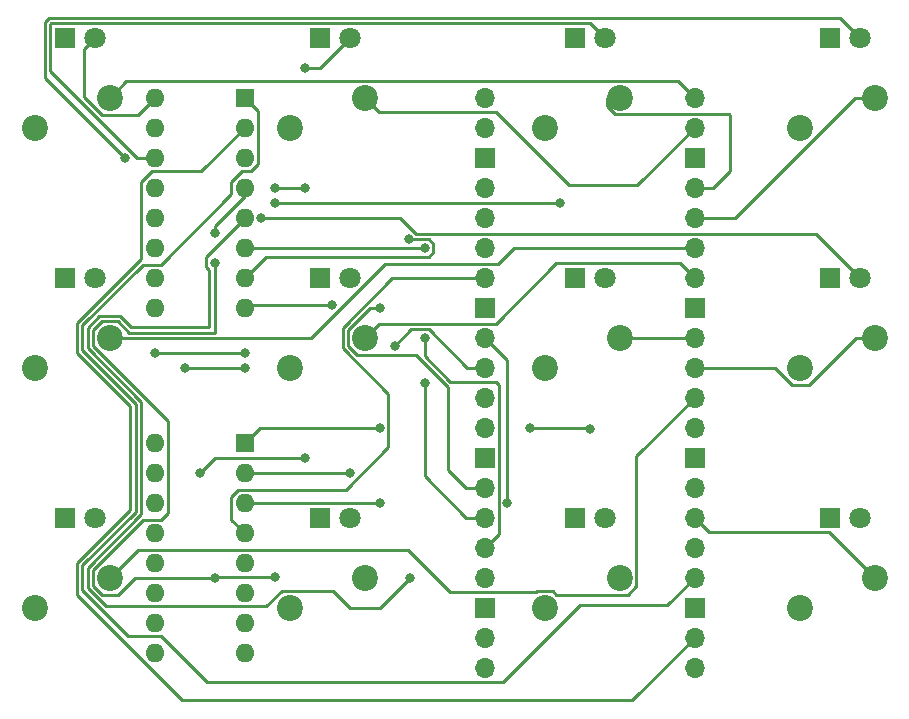
<source format=gbr>
%TF.GenerationSoftware,KiCad,Pcbnew,(5.1.9)-1*%
%TF.CreationDate,2021-02-21T16:58:34+00:00*%
%TF.ProjectId,PicoProducer,5069636f-5072-46f6-9475-6365722e6b69,rev?*%
%TF.SameCoordinates,Original*%
%TF.FileFunction,Copper,L2,Bot*%
%TF.FilePolarity,Positive*%
%FSLAX46Y46*%
G04 Gerber Fmt 4.6, Leading zero omitted, Abs format (unit mm)*
G04 Created by KiCad (PCBNEW (5.1.9)-1) date 2021-02-21 16:58:34*
%MOMM*%
%LPD*%
G01*
G04 APERTURE LIST*
%TA.AperFunction,ComponentPad*%
%ADD10C,1.800000*%
%TD*%
%TA.AperFunction,ComponentPad*%
%ADD11R,1.800000X1.800000*%
%TD*%
%TA.AperFunction,ComponentPad*%
%ADD12O,1.600000X1.600000*%
%TD*%
%TA.AperFunction,ComponentPad*%
%ADD13R,1.600000X1.600000*%
%TD*%
%TA.AperFunction,ComponentPad*%
%ADD14C,2.200000*%
%TD*%
%TA.AperFunction,ComponentPad*%
%ADD15O,1.700000X1.700000*%
%TD*%
%TA.AperFunction,ComponentPad*%
%ADD16R,1.700000X1.700000*%
%TD*%
%TA.AperFunction,ViaPad*%
%ADD17C,0.800000*%
%TD*%
%TA.AperFunction,Conductor*%
%ADD18C,0.250000*%
%TD*%
G04 APERTURE END LIST*
D10*
%TO.P,D1,2*%
%TO.N,Net-(D1-Pad2)*%
X33020000Y-25400000D03*
D11*
%TO.P,D1,1*%
%TO.N,GND*%
X30480000Y-25400000D03*
%TD*%
D10*
%TO.P,D2,2*%
%TO.N,Net-(D2-Pad2)*%
X54610000Y-25400000D03*
D11*
%TO.P,D2,1*%
%TO.N,GND*%
X52070000Y-25400000D03*
%TD*%
D10*
%TO.P,D3,2*%
%TO.N,Net-(D3-Pad2)*%
X76200000Y-25400000D03*
D11*
%TO.P,D3,1*%
%TO.N,GND*%
X73660000Y-25400000D03*
%TD*%
D10*
%TO.P,D4,2*%
%TO.N,Net-(D4-Pad2)*%
X97790000Y-25400000D03*
D11*
%TO.P,D4,1*%
%TO.N,GND*%
X95250000Y-25400000D03*
%TD*%
D10*
%TO.P,D5,2*%
%TO.N,Net-(D5-Pad2)*%
X33020000Y-45720000D03*
D11*
%TO.P,D5,1*%
%TO.N,GND*%
X30480000Y-45720000D03*
%TD*%
D10*
%TO.P,D6,2*%
%TO.N,Net-(D6-Pad2)*%
X54610000Y-45720000D03*
D11*
%TO.P,D6,1*%
%TO.N,GND*%
X52070000Y-45720000D03*
%TD*%
D10*
%TO.P,D7,2*%
%TO.N,Net-(D7-Pad2)*%
X76200000Y-45720000D03*
D11*
%TO.P,D7,1*%
%TO.N,GND*%
X73660000Y-45720000D03*
%TD*%
D10*
%TO.P,D8,2*%
%TO.N,Net-(D8-Pad2)*%
X97790000Y-45720000D03*
D11*
%TO.P,D8,1*%
%TO.N,GND*%
X95250000Y-45720000D03*
%TD*%
%TO.P,D9,1*%
%TO.N,GND*%
X30480000Y-66040000D03*
D10*
%TO.P,D9,2*%
%TO.N,Net-(D9-Pad2)*%
X33020000Y-66040000D03*
%TD*%
D11*
%TO.P,D10,1*%
%TO.N,GND*%
X52070000Y-66040000D03*
D10*
%TO.P,D10,2*%
%TO.N,Net-(D10-Pad2)*%
X54610000Y-66040000D03*
%TD*%
D11*
%TO.P,D11,1*%
%TO.N,GND*%
X73660000Y-66040000D03*
D10*
%TO.P,D11,2*%
%TO.N,Net-(D11-Pad2)*%
X76200000Y-66040000D03*
%TD*%
D11*
%TO.P,D12,1*%
%TO.N,GND*%
X95250000Y-66040000D03*
D10*
%TO.P,D12,2*%
%TO.N,Net-(D12-Pad2)*%
X97790000Y-66040000D03*
%TD*%
D12*
%TO.P,RN1,16*%
%TO.N,Net-(D1-Pad2)*%
X38100000Y-30480000D03*
%TO.P,RN1,8*%
%TO.N,Net-(RN1-Pad8)*%
X45720000Y-48260000D03*
%TO.P,RN1,15*%
%TO.N,Net-(D2-Pad2)*%
X38100000Y-33020000D03*
%TO.P,RN1,7*%
%TO.N,Net-(RN1-Pad7)*%
X45720000Y-45720000D03*
%TO.P,RN1,14*%
%TO.N,Net-(D3-Pad2)*%
X38100000Y-35560000D03*
%TO.P,RN1,6*%
%TO.N,Net-(RN1-Pad6)*%
X45720000Y-43180000D03*
%TO.P,RN1,13*%
%TO.N,Net-(D4-Pad2)*%
X38100000Y-38100000D03*
%TO.P,RN1,5*%
%TO.N,Net-(RN1-Pad5)*%
X45720000Y-40640000D03*
%TO.P,RN1,12*%
%TO.N,Net-(D5-Pad2)*%
X38100000Y-40640000D03*
%TO.P,RN1,4*%
%TO.N,Net-(RN1-Pad4)*%
X45720000Y-38100000D03*
%TO.P,RN1,11*%
%TO.N,Net-(D6-Pad2)*%
X38100000Y-43180000D03*
%TO.P,RN1,3*%
%TO.N,Net-(RN1-Pad3)*%
X45720000Y-35560000D03*
%TO.P,RN1,10*%
%TO.N,Net-(D7-Pad2)*%
X38100000Y-45720000D03*
%TO.P,RN1,2*%
%TO.N,Net-(RN1-Pad2)*%
X45720000Y-33020000D03*
%TO.P,RN1,9*%
%TO.N,Net-(D8-Pad2)*%
X38100000Y-48260000D03*
D13*
%TO.P,RN1,1*%
%TO.N,Net-(RN1-Pad1)*%
X45720000Y-30480000D03*
%TD*%
D12*
%TO.P,RN2,16*%
%TO.N,Net-(D9-Pad2)*%
X38100000Y-59690000D03*
%TO.P,RN2,8*%
%TO.N,Net-(RN2-Pad8)*%
X45720000Y-77470000D03*
%TO.P,RN2,15*%
%TO.N,Net-(D10-Pad2)*%
X38100000Y-62230000D03*
%TO.P,RN2,7*%
%TO.N,Net-(RN2-Pad7)*%
X45720000Y-74930000D03*
%TO.P,RN2,14*%
%TO.N,Net-(D11-Pad2)*%
X38100000Y-64770000D03*
%TO.P,RN2,6*%
%TO.N,Net-(RN2-Pad6)*%
X45720000Y-72390000D03*
%TO.P,RN2,13*%
%TO.N,Net-(D12-Pad2)*%
X38100000Y-67310000D03*
%TO.P,RN2,5*%
%TO.N,Net-(RN2-Pad5)*%
X45720000Y-69850000D03*
%TO.P,RN2,12*%
%TO.N,Net-(RN2-Pad12)*%
X38100000Y-69850000D03*
%TO.P,RN2,4*%
%TO.N,Net-(RN2-Pad4)*%
X45720000Y-67310000D03*
%TO.P,RN2,11*%
%TO.N,Net-(RN2-Pad11)*%
X38100000Y-72390000D03*
%TO.P,RN2,3*%
%TO.N,Net-(RN2-Pad3)*%
X45720000Y-64770000D03*
%TO.P,RN2,10*%
%TO.N,Net-(RN2-Pad10)*%
X38100000Y-74930000D03*
%TO.P,RN2,2*%
%TO.N,Net-(RN2-Pad2)*%
X45720000Y-62230000D03*
%TO.P,RN2,9*%
%TO.N,Net-(RN2-Pad9)*%
X38100000Y-77470000D03*
D13*
%TO.P,RN2,1*%
%TO.N,Net-(RN2-Pad1)*%
X45720000Y-59690000D03*
%TD*%
D14*
%TO.P,SW1,2*%
%TO.N,GND*%
X27940000Y-33020000D03*
%TO.P,SW1,1*%
%TO.N,Net-(SW1-Pad1)*%
X34290000Y-30480000D03*
%TD*%
%TO.P,SW2,2*%
%TO.N,GND*%
X49530000Y-33020000D03*
%TO.P,SW2,1*%
%TO.N,Net-(SW2-Pad1)*%
X55880000Y-30480000D03*
%TD*%
%TO.P,SW3,2*%
%TO.N,GND*%
X71120000Y-33020000D03*
%TO.P,SW3,1*%
%TO.N,Net-(SW3-Pad1)*%
X77470000Y-30480000D03*
%TD*%
%TO.P,SW4,2*%
%TO.N,GND*%
X92710000Y-33020000D03*
%TO.P,SW4,1*%
%TO.N,Net-(SW4-Pad1)*%
X99060000Y-30480000D03*
%TD*%
%TO.P,SW5,2*%
%TO.N,GND*%
X27940000Y-53340000D03*
%TO.P,SW5,1*%
%TO.N,Net-(SW5-Pad1)*%
X34290000Y-50800000D03*
%TD*%
%TO.P,SW6,2*%
%TO.N,GND*%
X49530000Y-53340000D03*
%TO.P,SW6,1*%
%TO.N,Net-(SW6-Pad1)*%
X55880000Y-50800000D03*
%TD*%
%TO.P,SW7,1*%
%TO.N,Net-(SW7-Pad1)*%
X77470000Y-50800000D03*
%TO.P,SW7,2*%
%TO.N,GND*%
X71120000Y-53340000D03*
%TD*%
%TO.P,SW8,2*%
%TO.N,GND*%
X92710000Y-53340000D03*
%TO.P,SW8,1*%
%TO.N,Net-(SW8-Pad1)*%
X99060000Y-50800000D03*
%TD*%
%TO.P,SW9,1*%
%TO.N,Net-(SW9-Pad1)*%
X34290000Y-71120000D03*
%TO.P,SW9,2*%
%TO.N,GND*%
X27940000Y-73660000D03*
%TD*%
%TO.P,SW10,1*%
%TO.N,Net-(SW10-Pad1)*%
X55880000Y-71120000D03*
%TO.P,SW10,2*%
%TO.N,GND*%
X49530000Y-73660000D03*
%TD*%
%TO.P,SW11,2*%
%TO.N,GND*%
X71120000Y-73660000D03*
%TO.P,SW11,1*%
%TO.N,Net-(SW11-Pad1)*%
X77470000Y-71120000D03*
%TD*%
%TO.P,SW12,1*%
%TO.N,Net-(SW12-Pad1)*%
X99060000Y-71120000D03*
%TO.P,SW12,2*%
%TO.N,GND*%
X92710000Y-73660000D03*
%TD*%
D15*
%TO.P,U$1,40*%
%TO.N,Net-(U$1-Pad40)*%
X66040000Y-30480000D03*
%TO.P,U$1,39*%
%TO.N,Net-(U$1-Pad39)*%
X66040000Y-33020000D03*
D16*
%TO.P,U$1,38*%
%TO.N,Net-(U$1-Pad38)*%
X66040000Y-35560000D03*
D15*
%TO.P,U$1,37*%
%TO.N,Net-(U$1-Pad37)*%
X66040000Y-38100000D03*
%TO.P,U$1,36*%
%TO.N,Net-(U$1-Pad36)*%
X66040000Y-40640000D03*
%TO.P,U$1,35*%
%TO.N,Net-(U$1-Pad35)*%
X66040000Y-43180000D03*
%TO.P,U$1,34*%
%TO.N,Net-(RN2-Pad4)*%
X66040000Y-45720000D03*
D16*
%TO.P,U$1,33*%
%TO.N,Net-(U$1-Pad33)*%
X66040000Y-48260000D03*
D15*
%TO.P,U$1,32*%
%TO.N,Net-(RN2-Pad3)*%
X66040000Y-50800000D03*
%TO.P,U$1,31*%
%TO.N,Net-(RN2-Pad2)*%
X66040000Y-53340000D03*
%TO.P,U$1,30*%
%TO.N,Net-(U$1-Pad30)*%
X66040000Y-55880000D03*
%TO.P,U$1,29*%
%TO.N,Net-(RN2-Pad1)*%
X66040000Y-58420000D03*
D16*
%TO.P,U$1,28*%
%TO.N,Net-(U$1-Pad28)*%
X66040000Y-60960000D03*
D15*
%TO.P,U$1,27*%
%TO.N,Net-(RN1-Pad8)*%
X66040000Y-63500000D03*
%TO.P,U$1,26*%
%TO.N,Net-(RN1-Pad7)*%
X66040000Y-66040000D03*
%TO.P,U$1,25*%
%TO.N,Net-(RN1-Pad6)*%
X66040000Y-68580000D03*
%TO.P,U$1,24*%
%TO.N,Net-(RN1-Pad5)*%
X66040000Y-71120000D03*
D16*
%TO.P,U$1,23*%
%TO.N,Net-(U$1-Pad23)*%
X66040000Y-73660000D03*
D15*
%TO.P,U$1,22*%
%TO.N,Net-(RN1-Pad4)*%
X66040000Y-76200000D03*
%TO.P,U$1,21*%
%TO.N,Net-(RN1-Pad3)*%
X66040000Y-78740000D03*
%TO.P,U$1,20*%
%TO.N,Net-(U$1-Pad20)*%
X83820000Y-78740000D03*
%TO.P,U$1,19*%
%TO.N,Net-(RN1-Pad2)*%
X83820000Y-76200000D03*
D16*
%TO.P,U$1,18*%
%TO.N,GND*%
X83820000Y-73660000D03*
D15*
%TO.P,U$1,17*%
%TO.N,Net-(RN1-Pad1)*%
X83820000Y-71120000D03*
%TO.P,U$1,16*%
%TO.N,Net-(U$1-Pad16)*%
X83820000Y-68580000D03*
%TO.P,U$1,15*%
%TO.N,Net-(SW12-Pad1)*%
X83820000Y-66040000D03*
%TO.P,U$1,14*%
%TO.N,Net-(SW11-Pad1)*%
X83820000Y-63500000D03*
D16*
%TO.P,U$1,13*%
%TO.N,Net-(U$1-Pad13)*%
X83820000Y-60960000D03*
D15*
%TO.P,U$1,12*%
%TO.N,Net-(SW10-Pad1)*%
X83820000Y-58420000D03*
%TO.P,U$1,11*%
%TO.N,Net-(SW9-Pad1)*%
X83820000Y-55880000D03*
%TO.P,U$1,10*%
%TO.N,Net-(SW8-Pad1)*%
X83820000Y-53340000D03*
%TO.P,U$1,9*%
%TO.N,Net-(SW7-Pad1)*%
X83820000Y-50800000D03*
D16*
%TO.P,U$1,8*%
%TO.N,Net-(U$1-Pad8)*%
X83820000Y-48260000D03*
D15*
%TO.P,U$1,7*%
%TO.N,Net-(SW6-Pad1)*%
X83820000Y-45720000D03*
%TO.P,U$1,6*%
%TO.N,Net-(SW5-Pad1)*%
X83820000Y-43180000D03*
%TO.P,U$1,5*%
%TO.N,Net-(SW4-Pad1)*%
X83820000Y-40640000D03*
%TO.P,U$1,4*%
%TO.N,Net-(SW3-Pad1)*%
X83820000Y-38100000D03*
D16*
%TO.P,U$1,3*%
%TO.N,Net-(U$1-Pad3)*%
X83820000Y-35560000D03*
D15*
%TO.P,U$1,2*%
%TO.N,Net-(SW2-Pad1)*%
X83820000Y-33020000D03*
%TO.P,U$1,1*%
%TO.N,Net-(SW1-Pad1)*%
X83820000Y-30480000D03*
%TD*%
D17*
%TO.N,Net-(D2-Pad2)*%
X50800000Y-27940000D03*
%TO.N,Net-(D4-Pad2)*%
X35560000Y-35560000D03*
%TO.N,Net-(D6-Pad2)*%
X50800000Y-38100000D03*
X48260000Y-38100000D03*
%TO.N,Net-(D7-Pad2)*%
X72390000Y-39370000D03*
X48260000Y-39370000D03*
X45720000Y-53340000D03*
X40640000Y-53340000D03*
%TO.N,Net-(D8-Pad2)*%
X47120003Y-40640000D03*
X45720000Y-52070000D03*
X38100000Y-52070000D03*
%TO.N,Net-(D10-Pad2)*%
X50800000Y-60960000D03*
X41910000Y-62230000D03*
%TO.N,Net-(RN1-Pad8)*%
X57150000Y-48260000D03*
X53098848Y-48018848D03*
%TO.N,Net-(RN1-Pad7)*%
X60960000Y-54610000D03*
X59645828Y-42455000D03*
%TO.N,Net-(RN1-Pad6)*%
X60960000Y-50800000D03*
X60960000Y-43180000D03*
%TO.N,Net-(RN1-Pad5)*%
X59690000Y-71120000D03*
%TO.N,Net-(RN1-Pad4)*%
X48260000Y-71079001D03*
X43180000Y-71120000D03*
X43180000Y-44450000D03*
X43180000Y-41910000D03*
%TO.N,Net-(RN2-Pad3)*%
X67940001Y-64769935D03*
X57150000Y-64770000D03*
%TO.N,Net-(RN2-Pad2)*%
X58420000Y-51500001D03*
X54610000Y-62230000D03*
%TO.N,Net-(RN2-Pad1)*%
X57150000Y-58420000D03*
%TO.N,Net-(SW10-Pad1)*%
X69850000Y-58420000D03*
X74930000Y-58480003D03*
%TD*%
D18*
%TO.N,Net-(D1-Pad2)*%
X36674999Y-31905001D02*
X38100000Y-30480000D01*
X33605999Y-31905001D02*
X36674999Y-31905001D01*
X32120001Y-30419003D02*
X33605999Y-31905001D01*
X32120001Y-26299999D02*
X32120001Y-30419003D01*
X33020000Y-25400000D02*
X32120001Y-26299999D01*
%TO.N,Net-(D2-Pad2)*%
X52070000Y-27940000D02*
X50800000Y-27940000D01*
X54610000Y-25400000D02*
X52070000Y-27940000D01*
%TO.N,Net-(D3-Pad2)*%
X36624588Y-35560000D02*
X38100000Y-35560000D01*
X29254999Y-28190411D02*
X36624588Y-35560000D01*
X29254999Y-24239999D02*
X29254999Y-28190411D01*
X29319999Y-24174999D02*
X29254999Y-24239999D01*
X74974999Y-24174999D02*
X29319999Y-24174999D01*
X76200000Y-25400000D02*
X74974999Y-24174999D01*
%TO.N,Net-(D4-Pad2)*%
X97790000Y-25400000D02*
X96520000Y-24130000D01*
X28804989Y-28804989D02*
X35560000Y-35560000D01*
X28804989Y-24053599D02*
X28804989Y-28804989D01*
X29133598Y-23724990D02*
X28804989Y-24053599D01*
X96114990Y-23724990D02*
X29133598Y-23724990D01*
X96520000Y-24130000D02*
X96114990Y-23724990D01*
%TO.N,Net-(D6-Pad2)*%
X50800000Y-38100000D02*
X48260000Y-38100000D01*
%TO.N,Net-(D7-Pad2)*%
X72390000Y-39370000D02*
X48260000Y-39370000D01*
X45720000Y-53340000D02*
X40640000Y-53340000D01*
%TO.N,Net-(D8-Pad2)*%
X58903830Y-40640000D02*
X47120003Y-40640000D01*
X60268820Y-42004990D02*
X58903830Y-40640000D01*
X94074990Y-42004990D02*
X60268820Y-42004990D01*
X97790000Y-45720000D02*
X94074990Y-42004990D01*
X45720000Y-52070000D02*
X38100000Y-52070000D01*
%TO.N,Net-(D10-Pad2)*%
X43180000Y-60960000D02*
X41910000Y-62230000D01*
X50800000Y-60960000D02*
X43180000Y-60960000D01*
%TO.N,Net-(RN1-Pad8)*%
X56310998Y-48260000D02*
X57150000Y-48260000D01*
X54454999Y-50115999D02*
X56310998Y-48260000D01*
X55195999Y-52225001D02*
X54454999Y-51484001D01*
X60203589Y-52225001D02*
X55195999Y-52225001D01*
X62943598Y-54965010D02*
X60203589Y-52225001D01*
X54454999Y-51484001D02*
X54454999Y-50115999D01*
X62943598Y-61948600D02*
X62943598Y-54965010D01*
X64494998Y-63500000D02*
X62943598Y-61948600D01*
X66040000Y-63500000D02*
X64494998Y-63500000D01*
X45961152Y-48018848D02*
X45720000Y-48260000D01*
X53098848Y-48018848D02*
X45961152Y-48018848D01*
%TO.N,Net-(RN1-Pad7)*%
X60960000Y-62505002D02*
X60960000Y-54610000D01*
X64494998Y-66040000D02*
X60960000Y-62505002D01*
X66040000Y-66040000D02*
X64494998Y-66040000D01*
X47534999Y-43905001D02*
X45720000Y-45720000D01*
X61308001Y-43905001D02*
X47534999Y-43905001D01*
X61685001Y-43528001D02*
X61308001Y-43905001D01*
X61685001Y-42831999D02*
X61685001Y-43528001D01*
X61308002Y-42455000D02*
X61685001Y-42831999D01*
X59645828Y-42455000D02*
X61308002Y-42455000D01*
%TO.N,Net-(RN1-Pad6)*%
X60960000Y-52345002D02*
X60960000Y-50800000D01*
X63129999Y-54515001D02*
X60960000Y-52345002D01*
X66960003Y-54515001D02*
X63129999Y-54515001D01*
X67215001Y-54769999D02*
X66960003Y-54515001D01*
X67215001Y-67404999D02*
X67215001Y-54769999D01*
X66040000Y-68580000D02*
X67215001Y-67404999D01*
X60960000Y-43180000D02*
X45720000Y-43180000D01*
%TO.N,Net-(RN1-Pad5)*%
X48845999Y-72234999D02*
X53184999Y-72234999D01*
X47565997Y-73515001D02*
X48845999Y-72234999D01*
X33939589Y-73515001D02*
X47565997Y-73515001D01*
X32414990Y-71990402D02*
X33939589Y-73515001D01*
X45720000Y-40640000D02*
X42454999Y-43905001D01*
X36929598Y-56185010D02*
X36929598Y-65734990D01*
X42454999Y-43905001D02*
X42454999Y-44798001D01*
X33419598Y-48924990D02*
X32414989Y-49929599D01*
X42454999Y-44798001D02*
X42729990Y-45072992D01*
X36135392Y-49899980D02*
X35160401Y-48924989D01*
X42729990Y-45072992D02*
X42729990Y-49899980D01*
X42729990Y-49899980D02*
X36135392Y-49899980D01*
X32414989Y-70249599D02*
X32414990Y-71990402D01*
X35160401Y-48924989D02*
X33419598Y-48924990D01*
X32414989Y-49929599D02*
X32414990Y-51670402D01*
X32414990Y-51670402D02*
X36929598Y-56185010D01*
X36929598Y-65734990D02*
X32414989Y-70249599D01*
X53184999Y-72234999D02*
X54610000Y-73660000D01*
X57150000Y-73660000D02*
X59690000Y-71120000D01*
X54610000Y-73660000D02*
X57150000Y-73660000D01*
%TO.N,Net-(RN1-Pad4)*%
X43220999Y-71079001D02*
X43180000Y-71120000D01*
X48260000Y-71079001D02*
X43220999Y-71079001D01*
X35948992Y-50349990D02*
X43180000Y-50349990D01*
X34974001Y-49374999D02*
X35948992Y-50349990D01*
X32864999Y-50115999D02*
X33605999Y-49374999D01*
X43180000Y-50349990D02*
X43180000Y-44450000D01*
X36399002Y-71120000D02*
X34974001Y-72545001D01*
X34974001Y-72545001D02*
X33605999Y-72545001D01*
X32864999Y-71804001D02*
X32864999Y-70435999D01*
X39225001Y-57844003D02*
X32864999Y-51484001D01*
X33605999Y-72545001D02*
X32864999Y-71804001D01*
X32864999Y-70435999D02*
X37115999Y-66184999D01*
X37115999Y-66184999D02*
X38640001Y-66184999D01*
X39225001Y-65599999D02*
X39225001Y-57844003D01*
X43180000Y-71120000D02*
X36399002Y-71120000D01*
X32864999Y-51484001D02*
X32864999Y-50115999D01*
X38640001Y-66184999D02*
X39225001Y-65599999D01*
X33605999Y-49374999D02*
X34974001Y-49374999D01*
X45720000Y-38804315D02*
X45720000Y-38100000D01*
X43180000Y-41344315D02*
X45720000Y-38804315D01*
X43180000Y-41910000D02*
X43180000Y-41344315D01*
%TO.N,Net-(RN1-Pad2)*%
X42054999Y-36685001D02*
X45720000Y-33020000D01*
X37849997Y-36685001D02*
X42054999Y-36685001D01*
X36926779Y-37608219D02*
X37849997Y-36685001D01*
X36926779Y-44144989D02*
X36926779Y-37608219D01*
X31514972Y-49556796D02*
X36926779Y-44144989D01*
X36029579Y-65362189D02*
X36029579Y-56557811D01*
X36029579Y-56557811D02*
X31514971Y-52043199D01*
X31514972Y-69876796D02*
X36029579Y-65362189D01*
X31514972Y-72549974D02*
X31514972Y-69876796D01*
X40449999Y-81485001D02*
X31514972Y-72549974D01*
X78534999Y-81485001D02*
X40449999Y-81485001D01*
X31514971Y-52043199D02*
X31514972Y-49556796D01*
X83820000Y-76200000D02*
X78534999Y-81485001D01*
%TO.N,Net-(RN1-Pad1)*%
X46845001Y-31605001D02*
X45720000Y-30480000D01*
X46845001Y-36100001D02*
X46845001Y-31605001D01*
X45469997Y-36685001D02*
X46260001Y-36685001D01*
X44594999Y-37559999D02*
X45469997Y-36685001D01*
X44594999Y-38640001D02*
X44594999Y-37559999D01*
X38640001Y-44594999D02*
X44594999Y-38640001D01*
X37113179Y-44594999D02*
X38640001Y-44594999D01*
X31964981Y-49743197D02*
X37113179Y-44594999D01*
X31964980Y-51856800D02*
X31964981Y-49743197D01*
X36479589Y-56371411D02*
X31964980Y-51856800D01*
X36479589Y-65548589D02*
X36479589Y-56371411D01*
X31964981Y-70063197D02*
X36479589Y-65548589D01*
X35843181Y-76055001D02*
X31964980Y-72176800D01*
X38640001Y-76055001D02*
X35843181Y-76055001D01*
X42500001Y-79915001D02*
X38640001Y-76055001D01*
X67610411Y-79915001D02*
X42500001Y-79915001D01*
X74080391Y-73445021D02*
X67610411Y-79915001D01*
X31964980Y-72176800D02*
X31964981Y-70063197D01*
X81494979Y-73445021D02*
X74080391Y-73445021D01*
X46260001Y-36685001D02*
X46845001Y-36100001D01*
X83820000Y-71120000D02*
X81494979Y-73445021D01*
%TO.N,Net-(RN2-Pad4)*%
X44594999Y-66184999D02*
X45720000Y-67310000D01*
X44594999Y-64229999D02*
X44594999Y-66184999D01*
X45179999Y-63644999D02*
X44594999Y-64229999D01*
X54268003Y-63644999D02*
X45179999Y-63644999D01*
X57875001Y-55540413D02*
X57875001Y-60038001D01*
X57875001Y-60038001D02*
X54268003Y-63644999D01*
X54004990Y-51670402D02*
X57875001Y-55540413D01*
X54004989Y-49929599D02*
X54004990Y-51670402D01*
X58214588Y-45720000D02*
X54004989Y-49929599D01*
X66040000Y-45720000D02*
X58214588Y-45720000D01*
%TO.N,Net-(RN2-Pad3)*%
X67940001Y-52700001D02*
X67940001Y-64769935D01*
X66040000Y-50800000D02*
X67940001Y-52700001D01*
X57150000Y-64770000D02*
X45720000Y-64770000D01*
%TO.N,Net-(RN2-Pad2)*%
X59845002Y-50074999D02*
X58420000Y-51500001D01*
X61308001Y-50074999D02*
X59845002Y-50074999D01*
X64573002Y-53340000D02*
X61308001Y-50074999D01*
X66040000Y-53340000D02*
X64573002Y-53340000D01*
X54610000Y-62230000D02*
X45720000Y-62230000D01*
%TO.N,Net-(RN2-Pad1)*%
X46990000Y-58420000D02*
X45720000Y-59690000D01*
X57150000Y-58420000D02*
X46990000Y-58420000D01*
%TO.N,Net-(SW1-Pad1)*%
X35715001Y-29054999D02*
X34290000Y-30480000D01*
X82394999Y-29054999D02*
X35715001Y-29054999D01*
X83820000Y-30480000D02*
X82394999Y-29054999D01*
%TO.N,Net-(SW2-Pad1)*%
X57055001Y-31655001D02*
X55880000Y-30480000D01*
X66960003Y-31655001D02*
X57055001Y-31655001D01*
X78954999Y-37885001D02*
X73190003Y-37885001D01*
X73190003Y-37885001D02*
X66960003Y-31655001D01*
X83820000Y-33020000D02*
X78954999Y-37885001D01*
%TO.N,Net-(SW3-Pad1)*%
X77066999Y-31835001D02*
X76429999Y-31198001D01*
X76429999Y-31198001D02*
X76429999Y-30480000D01*
X86720003Y-31835001D02*
X77066999Y-31835001D01*
X86795001Y-36670001D02*
X86795001Y-31909999D01*
X86795001Y-31909999D02*
X86720003Y-31835001D01*
X85365002Y-38100000D02*
X86795001Y-36670001D01*
X83820000Y-38100000D02*
X85365002Y-38100000D01*
%TO.N,Net-(SW4-Pad1)*%
X97359002Y-30480000D02*
X99060000Y-30480000D01*
X87199002Y-40640000D02*
X97359002Y-30480000D01*
X83820000Y-40640000D02*
X87199002Y-40640000D01*
%TO.N,Net-(SW5-Pad1)*%
X51343002Y-50800000D02*
X34290000Y-50800000D01*
X57598003Y-44544999D02*
X51343002Y-50800000D01*
X67150001Y-44544999D02*
X57598003Y-44544999D01*
X68515000Y-43180000D02*
X67150001Y-44544999D01*
X83820000Y-43180000D02*
X68515000Y-43180000D01*
%TO.N,Net-(SW6-Pad1)*%
X57055001Y-49624999D02*
X55880000Y-50800000D01*
X66960003Y-49624999D02*
X57055001Y-49624999D01*
X72090003Y-44494999D02*
X66960003Y-49624999D01*
X82594999Y-44494999D02*
X72090003Y-44494999D01*
X83820000Y-45720000D02*
X82594999Y-44494999D01*
%TO.N,Net-(SW7-Pad1)*%
X77470000Y-50800000D02*
X83820000Y-50800000D01*
%TO.N,Net-(SW8-Pad1)*%
X97504366Y-50800000D02*
X99060000Y-50800000D01*
X92025999Y-54765001D02*
X93539365Y-54765001D01*
X90600998Y-53340000D02*
X92025999Y-54765001D01*
X93539365Y-54765001D02*
X97504366Y-50800000D01*
X83820000Y-53340000D02*
X90600998Y-53340000D01*
%TO.N,Net-(SW9-Pad1)*%
X59559997Y-68724999D02*
X36685001Y-68724999D01*
X63129999Y-72295001D02*
X59559997Y-68724999D01*
X70375997Y-72295001D02*
X63129999Y-72295001D01*
X70435999Y-72234999D02*
X70375997Y-72295001D01*
X71804001Y-72234999D02*
X70435999Y-72234999D01*
X78154001Y-72545001D02*
X72114003Y-72545001D01*
X36685001Y-68724999D02*
X34290000Y-71120000D01*
X78895001Y-71804001D02*
X78154001Y-72545001D01*
X72114003Y-72545001D02*
X71804001Y-72234999D01*
X78895001Y-60804999D02*
X78895001Y-71804001D01*
X83820000Y-55880000D02*
X78895001Y-60804999D01*
%TO.N,Net-(SW10-Pad1)*%
X74869997Y-58420000D02*
X74930000Y-58480003D01*
X69850000Y-58420000D02*
X74869997Y-58420000D01*
%TO.N,Net-(SW12-Pad1)*%
X95205001Y-67265001D02*
X99060000Y-71120000D01*
X85045001Y-67265001D02*
X95205001Y-67265001D01*
X83820000Y-66040000D02*
X85045001Y-67265001D01*
%TD*%
M02*

</source>
